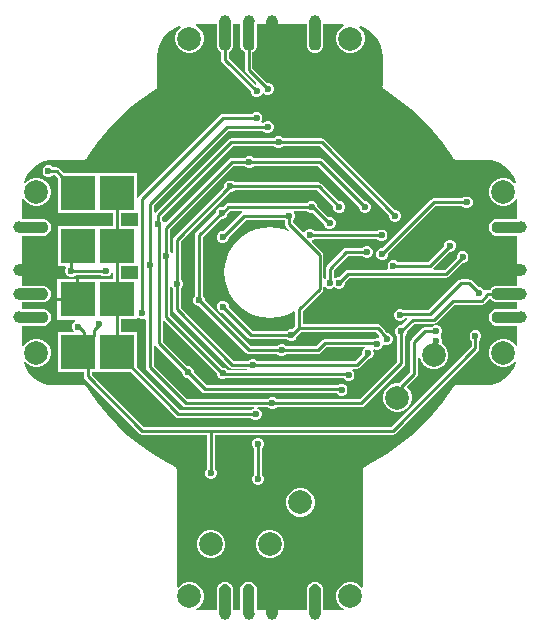
<source format=gbl>
G04*
G04 #@! TF.GenerationSoftware,Altium Limited,Altium Designer,23.8.1 (32)*
G04*
G04 Layer_Physical_Order=2*
G04 Layer_Color=16711680*
%FSLAX44Y44*%
%MOMM*%
G71*
G04*
G04 #@! TF.SameCoordinates,1253C11B-B4F6-43D5-8584-102BFB41548A*
G04*
G04*
G04 #@! TF.FilePolarity,Positive*
G04*
G01*
G75*
%ADD13C,0.2540*%
%ADD128C,2.0000*%
%ADD129C,1.0000*%
%ADD130C,0.6000*%
%ADD131R,3.0000X3.0000*%
G36*
X124750Y482100D02*
Y481105D01*
X123989Y479268D01*
X122582Y477861D01*
X120744Y477100D01*
X118755D01*
X116918Y477861D01*
X115511Y479268D01*
X114750Y481105D01*
Y482100D01*
Y502100D01*
X124750D01*
Y482100D01*
D02*
G37*
G36*
X68550D02*
Y481105D01*
X67789Y479268D01*
X66382Y477861D01*
X64545Y477100D01*
X62555D01*
X60718Y477861D01*
X59311Y479268D01*
X58550Y481105D01*
Y482100D01*
Y502100D01*
X68550D01*
Y482100D01*
D02*
G37*
G36*
X48550D02*
Y481105D01*
X47789Y479268D01*
X46382Y477861D01*
X44545Y477100D01*
X42555D01*
X40718Y477861D01*
X39311Y479268D01*
X38550Y481105D01*
Y482100D01*
Y502100D01*
X48550D01*
Y482100D01*
D02*
G37*
G36*
X56511Y481105D02*
X56666Y480325D01*
X57427Y478487D01*
X57869Y477826D01*
X59276Y476419D01*
X59937Y475977D01*
X60216Y475862D01*
Y460850D01*
X60470Y459574D01*
X61192Y458493D01*
X70041Y449644D01*
X69623Y448266D01*
X69309Y448204D01*
X46884Y470629D01*
Y475862D01*
X47163Y475977D01*
X47824Y476419D01*
X49231Y477826D01*
X49673Y478487D01*
X50434Y480325D01*
X50589Y481105D01*
Y499041D01*
X56511D01*
Y481105D01*
D02*
G37*
G36*
X88550Y499041D02*
X112711D01*
Y481105D01*
X112866Y480325D01*
X113627Y478487D01*
X114069Y477826D01*
X115476Y476419D01*
X116137Y475977D01*
X117975Y475216D01*
X118755Y475061D01*
X120744D01*
X121525Y475216D01*
X123363Y475977D01*
X124024Y476419D01*
X125431Y477826D01*
X125873Y478487D01*
X126634Y480325D01*
X126789Y481105D01*
Y499041D01*
X143893D01*
X144233Y497771D01*
X142382Y496702D01*
X140148Y494468D01*
X138568Y491732D01*
X137750Y488680D01*
Y485520D01*
X138568Y482468D01*
X140148Y479732D01*
X142382Y477498D01*
X145118Y475918D01*
X148170Y475100D01*
X151330D01*
X154382Y475918D01*
X157118Y477498D01*
X159352Y479732D01*
X160932Y482468D01*
X161750Y485520D01*
Y488680D01*
X160932Y491732D01*
X159352Y494468D01*
X157364Y496456D01*
X157673Y497501D01*
X157821Y497714D01*
X158600Y497691D01*
X162398Y496118D01*
X166005Y493908D01*
X169221Y491161D01*
X171968Y487944D01*
X174178Y484338D01*
X175797Y480430D01*
X176785Y476317D01*
X177084Y472513D01*
X176977Y471975D01*
X176977Y471975D01*
Y447012D01*
X176944Y446848D01*
X177177Y445677D01*
X177840Y444685D01*
X178415Y444301D01*
X178372Y444232D01*
X180526Y442954D01*
X191250Y435508D01*
X201415Y427316D01*
X210970Y418420D01*
X219866Y408865D01*
X228058Y398700D01*
X235504Y387976D01*
X236689Y385979D01*
X236754Y386020D01*
X237137Y385447D01*
X238129Y384784D01*
X239300Y384552D01*
X263038D01*
X263046Y384552D01*
X264299Y384551D01*
X265535Y384469D01*
X268516Y384235D01*
X272629Y383247D01*
X276537Y381628D01*
X280144Y379418D01*
X283360Y376671D01*
X286107Y373455D01*
X288318Y369848D01*
X289890Y366052D01*
X289910Y365274D01*
X289718Y365139D01*
X288651Y364820D01*
X286668Y366802D01*
X283932Y368382D01*
X280880Y369200D01*
X277720D01*
X274668Y368382D01*
X271932Y366802D01*
X269698Y364568D01*
X268118Y361832D01*
X267300Y358780D01*
Y355620D01*
X268118Y352568D01*
X269698Y349832D01*
X271932Y347598D01*
X274668Y346018D01*
X277720Y345200D01*
X280880D01*
X283932Y346018D01*
X286668Y347598D01*
X288902Y349832D01*
X289971Y351682D01*
X291241Y351342D01*
Y334239D01*
X273305D01*
X272525Y334084D01*
X270687Y333323D01*
X270026Y332881D01*
X268619Y331474D01*
X268177Y330813D01*
X267416Y328975D01*
X267261Y328195D01*
Y326205D01*
X267416Y325425D01*
X268177Y323587D01*
X268619Y322926D01*
X270026Y321519D01*
X270687Y321077D01*
X272525Y320316D01*
X273305Y320161D01*
X291241D01*
Y296000D01*
X294300D01*
Y286000D01*
X291241D01*
Y278039D01*
X273305D01*
X272525Y277884D01*
X270687Y277123D01*
X270026Y276681D01*
X268619Y275274D01*
X268177Y274613D01*
X268175Y274608D01*
X266030D01*
X264754Y274354D01*
X264359Y274090D01*
X262917Y274252D01*
X261510Y275659D01*
X259672Y276420D01*
X258393D01*
X252505Y282307D01*
X251423Y283030D01*
X250148Y283284D01*
X243550D01*
X242274Y283030D01*
X241192Y282307D01*
X215859Y256974D01*
X194847D01*
X194482Y257339D01*
X192645Y258100D01*
X190655D01*
X188818Y257339D01*
X187411Y255932D01*
X186650Y254095D01*
Y252105D01*
X187411Y250268D01*
X188818Y248861D01*
X190655Y248100D01*
X192645D01*
X194482Y248861D01*
X195889Y250268D01*
X195905Y250306D01*
X197337D01*
X197823Y249133D01*
X192930Y244239D01*
X191651D01*
X189813Y243478D01*
X188406Y242072D01*
X187645Y240234D01*
Y238245D01*
X188406Y236407D01*
X189311Y235502D01*
Y213476D01*
X157679Y181844D01*
X87444D01*
X86539Y182748D01*
X84701Y183510D01*
X82712D01*
X80875Y182748D01*
X79970Y181844D01*
X11621D01*
X-16600Y210065D01*
Y226719D01*
X-16350Y226923D01*
X-14707Y226752D01*
X6975Y205070D01*
Y203790D01*
X7736Y201952D01*
X9142Y200546D01*
X10980Y199785D01*
X12260D01*
X24063Y187981D01*
X25145Y187258D01*
X26421Y187004D01*
X138127D01*
X139489Y185643D01*
X141326Y184881D01*
X143316D01*
X145153Y185643D01*
X146560Y187049D01*
X147321Y188887D01*
Y190876D01*
X146560Y192714D01*
X145153Y194120D01*
X143316Y194881D01*
X141326D01*
X139489Y194120D01*
X139041Y193672D01*
X27802D01*
X16975Y204500D01*
Y205779D01*
X16213Y207617D01*
X14807Y209023D01*
X12969Y209785D01*
X11690D01*
X-9016Y230490D01*
Y247730D01*
X-7746Y248256D01*
X36642Y203867D01*
Y202588D01*
X37403Y200750D01*
X38810Y199344D01*
X40648Y198583D01*
X42637D01*
X44474Y199344D01*
X44782Y199651D01*
X143969D01*
X144009Y199556D01*
X145415Y198149D01*
X147253Y197388D01*
X149242D01*
X151080Y198149D01*
X152486Y199556D01*
X153248Y201393D01*
Y203382D01*
X152486Y205220D01*
X151353Y206354D01*
X151735Y207613D01*
X151742Y207624D01*
X155508D01*
X156784Y207878D01*
X157866Y208601D01*
X164905Y215640D01*
X165494D01*
X167332Y216401D01*
X168738Y217807D01*
X169499Y219645D01*
Y221634D01*
X168947Y222969D01*
X169919Y223941D01*
X171253Y223388D01*
X173242D01*
X175080Y224149D01*
X176486Y225556D01*
X177248Y227393D01*
Y227414D01*
X178518Y228263D01*
X179488Y227861D01*
X181477D01*
X183315Y228622D01*
X184721Y230029D01*
X185482Y231867D01*
Y233856D01*
X184721Y235693D01*
X183315Y237100D01*
X181477Y237861D01*
X181134D01*
X179336Y239659D01*
X179308Y239798D01*
X178586Y240879D01*
X175119Y244346D01*
X174037Y245069D01*
X172762Y245322D01*
X109872D01*
Y256569D01*
X126007Y272704D01*
X126730Y273785D01*
X126984Y275061D01*
Y276921D01*
X127107Y276997D01*
X128254Y277311D01*
X129415Y276149D01*
X131253Y275388D01*
X133242D01*
X135080Y276149D01*
X136248Y277317D01*
X137415Y276149D01*
X139253Y275388D01*
X141242D01*
X143080Y276149D01*
X144487Y277556D01*
X145248Y279393D01*
Y280673D01*
X149359Y284784D01*
X230855D01*
X232131Y285038D01*
X233213Y285760D01*
X244461Y297009D01*
X245741D01*
X247578Y297770D01*
X248985Y299177D01*
X249746Y301014D01*
Y303003D01*
X248985Y304841D01*
X247578Y306248D01*
X245741Y307009D01*
X243751D01*
X241914Y306248D01*
X240507Y304841D01*
X239746Y303003D01*
Y301724D01*
X229474Y291452D01*
X220339D01*
X219813Y292722D01*
X233864Y306773D01*
X235165D01*
X237003Y307534D01*
X238410Y308941D01*
X239171Y310778D01*
Y312767D01*
X238410Y314605D01*
X237003Y316012D01*
X235165Y316773D01*
X233176D01*
X231339Y316012D01*
X229932Y314605D01*
X229171Y312767D01*
Y311510D01*
X215383Y297722D01*
X189985D01*
X189080Y298627D01*
X187242Y299388D01*
X185253D01*
X183415Y298627D01*
X182009Y297220D01*
X181248Y295382D01*
Y293393D01*
X181526Y292722D01*
X180677Y291452D01*
X147978D01*
X146702Y291198D01*
X145620Y290475D01*
X140533Y285388D01*
X139253D01*
X137415Y284627D01*
X136808Y284019D01*
X135582Y284589D01*
Y291007D01*
X147629Y303054D01*
X159971D01*
X160875Y302149D01*
X162713Y301388D01*
X164702D01*
X166540Y302149D01*
X167946Y303556D01*
X168708Y305393D01*
Y307383D01*
X167946Y309220D01*
X166540Y310627D01*
X164702Y311388D01*
X162713D01*
X160875Y310627D01*
X159971Y309722D01*
X146248D01*
X144972Y309468D01*
X143890Y308745D01*
X129890Y294745D01*
X129167Y293664D01*
X128914Y292388D01*
Y284439D01*
X128254Y283887D01*
X126984Y284400D01*
Y304095D01*
X126730Y305370D01*
X126007Y306452D01*
X117367Y315093D01*
X117665Y316591D01*
X118336Y316869D01*
X118939Y317472D01*
X172031D01*
X173294Y316208D01*
X175132Y315447D01*
X177121D01*
X178959Y316208D01*
X180366Y317615D01*
X181127Y319453D01*
Y321442D01*
X180366Y323280D01*
X178959Y324686D01*
X177121Y325447D01*
X175132D01*
X173294Y324686D01*
X172748Y324140D01*
X119543D01*
X118336Y325346D01*
X116498Y326108D01*
X114509D01*
X112672Y325346D01*
X111265Y323940D01*
X110987Y323269D01*
X109489Y322971D01*
X100876Y331584D01*
Y333357D01*
X101781Y334262D01*
X102542Y336100D01*
Y338089D01*
X101826Y339818D01*
X102278Y341088D01*
X113183D01*
X114088Y340184D01*
X115925Y339422D01*
X117914D01*
X118024Y339468D01*
X127248Y330244D01*
Y329829D01*
X128009Y327992D01*
X129415Y326585D01*
X131253Y325824D01*
X133242D01*
X135080Y326585D01*
X136487Y327992D01*
X137248Y329829D01*
Y331819D01*
X136487Y333656D01*
X135080Y335063D01*
X133242Y335824D01*
X131253D01*
X131144Y335779D01*
X121920Y345002D01*
Y345417D01*
X121159Y347255D01*
X119752Y348661D01*
X117914Y349422D01*
X115925D01*
X114088Y348661D01*
X113183Y347757D01*
X46393D01*
X45117Y347503D01*
X44035Y346780D01*
X41814Y344558D01*
X41653Y344624D01*
X39664D01*
X37826Y343863D01*
X36420Y342457D01*
X35659Y340619D01*
Y339340D01*
X19298Y322979D01*
X18576Y321898D01*
X18322Y320622D01*
Y269350D01*
X17417Y268445D01*
X16656Y266608D01*
Y264618D01*
X17417Y262781D01*
X18823Y261374D01*
X20661Y260613D01*
X21941D01*
X61811Y220742D01*
X62893Y220020D01*
X64169Y219766D01*
X87913D01*
X88818Y218861D01*
X90655Y218100D01*
X92645D01*
X94482Y218861D01*
X95387Y219766D01*
X122089D01*
X123364Y220020D01*
X124446Y220742D01*
X130032Y226329D01*
X161850D01*
X162102Y225059D01*
X161667Y224878D01*
X160261Y223472D01*
X159499Y221634D01*
Y219664D01*
X154127Y214292D01*
X70838D01*
X69933Y215197D01*
X68095Y215958D01*
X66106D01*
X64268Y215197D01*
X63364Y214292D01*
X51173D01*
X6056Y259409D01*
Y275777D01*
X6961Y276682D01*
X7722Y278520D01*
Y280509D01*
X6961Y282347D01*
X6056Y283252D01*
Y315240D01*
X47744Y356927D01*
X49023D01*
X50861Y357688D01*
X51766Y358593D01*
X121405D01*
X135409Y344590D01*
Y343310D01*
X136170Y341473D01*
X137576Y340066D01*
X139414Y339305D01*
X141403D01*
X143241Y340066D01*
X144648Y341473D01*
X145409Y343310D01*
Y345299D01*
X144648Y347137D01*
X143241Y348544D01*
X141403Y349305D01*
X140124D01*
X125144Y364285D01*
X124062Y365008D01*
X122786Y365261D01*
X51766D01*
X50861Y366166D01*
X49023Y366927D01*
X47034D01*
X45197Y366166D01*
X43790Y364760D01*
X43029Y362922D01*
Y361642D01*
X364Y318978D01*
X-358Y317896D01*
X-612Y316621D01*
Y306283D01*
X-1664Y305983D01*
X-1882Y305973D01*
X-3016Y307107D01*
Y325719D01*
X50789Y379524D01*
X60553D01*
X61458Y378620D01*
X63295Y377859D01*
X65285D01*
X67122Y378620D01*
X68027Y379524D01*
X122396D01*
X157248Y344673D01*
Y343393D01*
X158009Y341556D01*
X159415Y340149D01*
X161253Y339388D01*
X163242D01*
X165080Y340149D01*
X166486Y341556D01*
X167248Y343393D01*
Y345382D01*
X166486Y347220D01*
X165080Y348627D01*
X163242Y349388D01*
X161963D01*
X126135Y385216D01*
X125053Y385939D01*
X123777Y386193D01*
X68027D01*
X67122Y387097D01*
X65285Y387858D01*
X63295D01*
X61458Y387097D01*
X60553Y386193D01*
X49408D01*
X48133Y385939D01*
X47051Y385216D01*
X-6672Y331493D01*
X-8158Y331804D01*
X-8607Y332889D01*
X-9512Y333794D01*
Y335992D01*
X50486Y395990D01*
X85261D01*
X86166Y395085D01*
X88004Y394324D01*
X89993D01*
X91830Y395085D01*
X92735Y395990D01*
X124045D01*
X182650Y337385D01*
Y336105D01*
X183411Y334268D01*
X184818Y332861D01*
X186655Y332100D01*
X188645D01*
X190482Y332861D01*
X191889Y334268D01*
X192650Y336105D01*
Y338094D01*
X191889Y339932D01*
X190482Y341339D01*
X188645Y342100D01*
X187365D01*
X127783Y401682D01*
X126702Y402404D01*
X125426Y402658D01*
X92735D01*
X91830Y403563D01*
X89993Y404324D01*
X88004D01*
X86166Y403563D01*
X85261Y402658D01*
X49105D01*
X47829Y402404D01*
X46747Y401682D01*
X-15203Y339731D01*
X-16473Y340116D01*
Y346018D01*
X46475Y408966D01*
X76063D01*
X76968Y408061D01*
X78805Y407300D01*
X80795D01*
X82632Y408061D01*
X84039Y409468D01*
X84800Y411305D01*
Y413295D01*
X84039Y415132D01*
X82632Y416539D01*
X80795Y417300D01*
X78805D01*
X76968Y416539D01*
X76075Y415646D01*
X74847Y415765D01*
X74375Y416904D01*
X74539Y417068D01*
X75300Y418905D01*
Y420895D01*
X74539Y422732D01*
X73132Y424139D01*
X71295Y424900D01*
X69305D01*
X67468Y424139D01*
X66563Y423234D01*
X41800D01*
X40524Y422980D01*
X39443Y422258D01*
X-28958Y353857D01*
X-29680Y352776D01*
X-29844Y351955D01*
X-31114Y352080D01*
Y373396D01*
X-92895D01*
X-96633Y377135D01*
X-97715Y377858D01*
X-98991Y378111D01*
X-102108D01*
X-103013Y379016D01*
X-104850Y379777D01*
X-106840D01*
X-108677Y379016D01*
X-110084Y377610D01*
X-110845Y375772D01*
Y373783D01*
X-110084Y371945D01*
X-108677Y370538D01*
X-106840Y369777D01*
X-104850D01*
X-103013Y370538D01*
X-102108Y371443D01*
X-100372D01*
X-98113Y369185D01*
Y339396D01*
X-51448D01*
Y328396D01*
X-98113D01*
Y294396D01*
X-91537D01*
X-91255Y294074D01*
X-90828Y293126D01*
X-91460Y291600D01*
Y289611D01*
X-90699Y287773D01*
X-89292Y286367D01*
X-87455Y285606D01*
X-85466D01*
X-83628Y286367D01*
X-82688Y287307D01*
X-61130D01*
X-60261Y286437D01*
X-58423Y285676D01*
X-56434D01*
X-54596Y286437D01*
X-53190Y287843D01*
X-52718Y288983D01*
X-51448Y288730D01*
Y283396D01*
X-63574D01*
Y283936D01*
X-79844D01*
Y266396D01*
X-81114D01*
Y265126D01*
X-98653D01*
Y248856D01*
X-83237D01*
X-82984Y247586D01*
X-83598Y247332D01*
X-85005Y245925D01*
X-85766Y244087D01*
Y242098D01*
X-85005Y240261D01*
X-84410Y239666D01*
X-84936Y238396D01*
X-98113D01*
Y204396D01*
X-75684D01*
Y201100D01*
X-75430Y199824D01*
X-74707Y198743D01*
X-28707Y152742D01*
X-27626Y152020D01*
X-26350Y151766D01*
X28316D01*
Y122837D01*
X27411Y121932D01*
X26650Y120095D01*
Y118105D01*
X27411Y116268D01*
X28818Y114861D01*
X30655Y114100D01*
X32645D01*
X34482Y114861D01*
X35889Y116268D01*
X36650Y118105D01*
Y120095D01*
X35889Y121932D01*
X34984Y122837D01*
Y151766D01*
X185650D01*
X186926Y152020D01*
X188008Y152742D01*
X258008Y222743D01*
X258730Y223824D01*
X258984Y225100D01*
Y231363D01*
X259889Y232268D01*
X260650Y234105D01*
Y236094D01*
X259889Y237932D01*
X258482Y239339D01*
X256645Y240100D01*
X254655D01*
X252818Y239339D01*
X251411Y237932D01*
X250650Y236094D01*
Y234105D01*
X251411Y232268D01*
X252316Y231363D01*
Y226481D01*
X184269Y158434D01*
X-24969D01*
X-69016Y202481D01*
Y204396D01*
X-35829D01*
X1825Y166742D01*
X2907Y166020D01*
X4183Y165766D01*
X65913D01*
X66818Y164861D01*
X68655Y164100D01*
X70645D01*
X72482Y164861D01*
X73889Y166268D01*
X74650Y168105D01*
Y170095D01*
X73889Y171932D01*
X72482Y173339D01*
X71114Y173906D01*
X71367Y175175D01*
X79970D01*
X80875Y174271D01*
X82712Y173510D01*
X84701D01*
X86539Y174271D01*
X87444Y175175D01*
X159060D01*
X160336Y175429D01*
X161417Y176152D01*
X195003Y209738D01*
X195725Y210819D01*
X195979Y212095D01*
Y235502D01*
X196884Y236407D01*
X197645Y238245D01*
Y239524D01*
X203887Y245766D01*
X220900D01*
X222176Y246020D01*
X223258Y246742D01*
X238331Y261816D01*
X261275D01*
X262551Y262070D01*
X263632Y262792D01*
X267282Y266442D01*
X267307Y266466D01*
X267841Y266572D01*
X268852Y266493D01*
X270026Y265319D01*
X270687Y264877D01*
X272525Y264116D01*
X273305Y263961D01*
X291241D01*
Y258039D01*
X273305D01*
X272525Y257884D01*
X270687Y257123D01*
X270026Y256681D01*
X268619Y255274D01*
X268177Y254613D01*
X267416Y252775D01*
X267261Y251994D01*
Y250005D01*
X267416Y249225D01*
X268177Y247387D01*
X268619Y246726D01*
X270026Y245319D01*
X270687Y244877D01*
X272525Y244116D01*
X273305Y243961D01*
X291241D01*
Y226858D01*
X289971Y226518D01*
X288902Y228368D01*
X286668Y230602D01*
X283932Y232182D01*
X280880Y233000D01*
X277720D01*
X274668Y232182D01*
X271932Y230602D01*
X269698Y228368D01*
X268118Y225632D01*
X267300Y222580D01*
Y219420D01*
X268118Y216368D01*
X269698Y213632D01*
X271932Y211398D01*
X274668Y209818D01*
X277720Y209000D01*
X280880D01*
X283932Y209818D01*
X286668Y211398D01*
X288651Y213381D01*
X289716Y213062D01*
X289910Y212926D01*
X289890Y212148D01*
X288318Y208352D01*
X286107Y204745D01*
X283360Y201529D01*
X280144Y198782D01*
X276537Y196572D01*
X272629Y194953D01*
X268516Y193965D01*
X264353Y193638D01*
X264299Y193648D01*
X239299D01*
X238129Y193416D01*
X237137Y192753D01*
X236754Y192180D01*
X236689Y192221D01*
X235504Y190224D01*
X228058Y179500D01*
X219866Y169335D01*
X210970Y159780D01*
X201415Y150884D01*
X191250Y142692D01*
X180526Y135246D01*
X169298Y128584D01*
X162598Y125231D01*
X162641Y125142D01*
X161819Y124592D01*
X161686Y124393D01*
X161487Y124261D01*
X160824Y123268D01*
X160591Y122098D01*
Y118051D01*
Y22626D01*
X159594Y22359D01*
X159321Y22349D01*
X157118Y24552D01*
X154382Y26132D01*
X151330Y26950D01*
X148170D01*
X145118Y26132D01*
X142382Y24552D01*
X140148Y22318D01*
X138568Y19582D01*
X137750Y16530D01*
Y13370D01*
X138568Y10318D01*
X140148Y7582D01*
X142382Y5348D01*
X144233Y4279D01*
X143893Y3009D01*
X126789D01*
Y20945D01*
X126634Y21725D01*
X125873Y23563D01*
X125431Y24224D01*
X124024Y25631D01*
X123363Y26073D01*
X121525Y26834D01*
X120744Y26989D01*
X118755D01*
X117975Y26834D01*
X116137Y26073D01*
X115476Y25631D01*
X114069Y24224D01*
X113627Y23563D01*
X112866Y21725D01*
X112711Y20945D01*
X112711Y3009D01*
X88550D01*
Y-50D01*
X78550D01*
Y3009D01*
X70589D01*
Y20945D01*
X70434Y21725D01*
X69673Y23563D01*
X69231Y24224D01*
X67824Y25631D01*
X67163Y26073D01*
X65325Y26834D01*
X64545Y26989D01*
X62555D01*
X61775Y26834D01*
X59937Y26073D01*
X59276Y25631D01*
X57869Y24224D01*
X57427Y23563D01*
X56666Y21725D01*
X56511Y20945D01*
Y3009D01*
X50589D01*
Y20945D01*
X50434Y21725D01*
X49673Y23563D01*
X49231Y24224D01*
X47824Y25631D01*
X47163Y26073D01*
X45325Y26834D01*
X44545Y26989D01*
X42555D01*
X41775Y26834D01*
X39937Y26073D01*
X39276Y25631D01*
X37869Y24224D01*
X37427Y23563D01*
X36666Y21725D01*
X36511Y20945D01*
Y3009D01*
X19407D01*
X19067Y4279D01*
X20918Y5348D01*
X23152Y7582D01*
X24732Y10318D01*
X25550Y13370D01*
Y16530D01*
X24732Y19582D01*
X23152Y22318D01*
X20918Y24552D01*
X18182Y26132D01*
X15130Y26950D01*
X11970D01*
X8918Y26132D01*
X6182Y24552D01*
X3979Y22349D01*
X3706Y22359D01*
X2709Y22626D01*
Y117100D01*
Y122098D01*
X2476Y123268D01*
X1813Y124261D01*
X1614Y124393D01*
X1481Y124592D01*
X659Y125142D01*
X702Y125231D01*
X-5998Y128584D01*
X-17226Y135246D01*
X-27950Y142692D01*
X-38115Y150884D01*
X-47670Y159780D01*
X-56566Y169335D01*
X-64758Y179500D01*
X-72204Y190224D01*
X-73389Y192221D01*
X-73454Y192180D01*
X-73836Y192753D01*
X-74829Y193416D01*
X-75999Y193648D01*
X-100999D01*
X-101053Y193638D01*
X-105216Y193965D01*
X-109329Y194953D01*
X-113237Y196572D01*
X-116844Y198782D01*
X-120060Y201529D01*
X-122807Y204745D01*
X-125017Y208352D01*
X-126590Y212148D01*
X-126610Y212926D01*
X-126417Y213061D01*
X-125351Y213380D01*
X-123368Y211398D01*
X-120632Y209818D01*
X-117580Y209000D01*
X-114420D01*
X-111368Y209818D01*
X-108632Y211398D01*
X-106398Y213632D01*
X-104818Y216368D01*
X-104000Y219420D01*
Y222580D01*
X-104818Y225632D01*
X-106398Y228368D01*
X-108632Y230602D01*
X-111368Y232182D01*
X-114420Y233000D01*
X-117580D01*
X-120632Y232182D01*
X-123368Y230602D01*
X-125602Y228368D01*
X-126671Y226518D01*
X-127941Y226858D01*
Y243961D01*
X-110005D01*
X-109225Y244116D01*
X-107387Y244877D01*
X-106726Y245319D01*
X-105319Y246726D01*
X-104877Y247387D01*
X-104116Y249225D01*
X-103961Y250005D01*
Y251995D01*
X-104116Y252775D01*
X-104877Y254613D01*
X-105319Y255274D01*
X-106726Y256681D01*
X-107387Y257123D01*
X-109225Y257884D01*
X-110005Y258039D01*
X-127941D01*
Y263961D01*
X-110005Y263961D01*
X-109225Y264116D01*
X-107387Y264877D01*
X-106726Y265319D01*
X-105319Y266726D01*
X-104877Y267387D01*
X-104116Y269225D01*
X-103961Y270005D01*
Y271995D01*
X-104116Y272775D01*
X-104877Y274613D01*
X-105319Y275274D01*
X-106726Y276681D01*
X-107387Y277123D01*
X-109225Y277884D01*
X-110005Y278039D01*
X-127941Y278039D01*
Y286000D01*
X-131000D01*
Y296000D01*
X-127941D01*
Y320161D01*
X-111000Y320161D01*
X-111000Y320161D01*
X-110005D01*
X-109225Y320316D01*
X-107387Y321077D01*
X-106726Y321519D01*
X-105319Y322926D01*
X-104877Y323587D01*
X-104116Y325425D01*
X-103961Y326205D01*
Y328195D01*
X-104116Y328975D01*
X-104877Y330813D01*
X-105319Y331474D01*
X-106726Y332881D01*
X-107387Y333323D01*
X-109225Y334084D01*
X-110005Y334239D01*
X-127941Y334239D01*
Y351342D01*
X-126671Y351682D01*
X-125602Y349832D01*
X-123368Y347598D01*
X-120632Y346018D01*
X-117580Y345200D01*
X-114420D01*
X-111368Y346018D01*
X-108632Y347598D01*
X-106398Y349832D01*
X-104818Y352568D01*
X-104000Y355620D01*
Y358780D01*
X-104818Y361832D01*
X-106398Y364568D01*
X-108632Y366802D01*
X-111368Y368382D01*
X-114420Y369200D01*
X-117580D01*
X-120632Y368382D01*
X-123368Y366802D01*
X-125351Y364820D01*
X-126418Y365140D01*
X-126610Y365274D01*
X-126590Y366052D01*
X-125017Y369848D01*
X-122807Y373455D01*
X-120060Y376671D01*
X-116844Y379418D01*
X-113237Y381628D01*
X-109329Y383247D01*
X-105216Y384235D01*
X-101053Y384562D01*
X-100999Y384552D01*
X-75999D01*
X-74829Y384784D01*
X-73836Y385447D01*
X-73454Y386020D01*
X-73389Y385979D01*
X-72204Y387976D01*
X-64758Y398700D01*
X-56566Y408865D01*
X-47670Y418420D01*
X-38115Y427316D01*
X-27950Y435508D01*
X-17226Y442954D01*
X-15185Y444165D01*
X-15226Y444231D01*
X-14653Y444614D01*
X-13990Y445606D01*
X-13757Y446777D01*
X-13801Y446999D01*
X-13801Y472100D01*
X-13812Y472154D01*
X-13484Y476317D01*
X-12497Y480430D01*
X-10878Y484338D01*
X-8668Y487944D01*
X-5921Y491161D01*
X-2705Y493908D01*
X902Y496118D01*
X4700Y497691D01*
X5479Y497714D01*
X5626Y497502D01*
X5935Y496456D01*
X3948Y494468D01*
X2368Y491732D01*
X1550Y488680D01*
Y485520D01*
X2368Y482468D01*
X3948Y479732D01*
X6182Y477498D01*
X8918Y475918D01*
X11970Y475100D01*
X15130D01*
X18182Y475918D01*
X20918Y477498D01*
X23152Y479732D01*
X24732Y482468D01*
X25550Y485520D01*
Y488680D01*
X24732Y491732D01*
X23152Y494468D01*
X20918Y496702D01*
X19067Y497771D01*
X19407Y499041D01*
X36511D01*
Y481105D01*
X36666Y480325D01*
X37427Y478487D01*
X37869Y477826D01*
X39276Y476419D01*
X39937Y475977D01*
X40216Y475862D01*
Y469248D01*
X40470Y467972D01*
X41192Y466890D01*
X65300Y442783D01*
Y441503D01*
X66061Y439665D01*
X67468Y438259D01*
X69305Y437497D01*
X71295D01*
X73132Y438259D01*
X74539Y439665D01*
X74928Y440605D01*
X76426Y440903D01*
X76968Y440361D01*
X78805Y439600D01*
X80795D01*
X82632Y440361D01*
X84039Y441768D01*
X84800Y443605D01*
Y445595D01*
X84039Y447432D01*
X82632Y448839D01*
X80795Y449600D01*
X79515D01*
X66884Y462231D01*
Y475862D01*
X67163Y475977D01*
X67824Y476419D01*
X69231Y477826D01*
X69673Y478487D01*
X70434Y480325D01*
X70589Y481105D01*
Y499041D01*
X78550D01*
Y502100D01*
X88550D01*
Y499041D01*
D02*
G37*
G36*
X-31114Y339396D02*
X-29934Y339178D01*
Y328615D01*
X-31114Y328396D01*
Y328396D01*
X-44780D01*
Y339396D01*
X-31114D01*
Y339396D01*
D02*
G37*
G36*
X57993Y339818D02*
X57452Y339458D01*
X41925Y323930D01*
X40646D01*
X38808Y323169D01*
X37401Y321763D01*
X36640Y319925D01*
Y317936D01*
X37401Y316098D01*
X38808Y314692D01*
X40646Y313930D01*
X42635D01*
X44473Y314692D01*
X45879Y316098D01*
X46640Y317936D01*
Y319215D01*
X61191Y333766D01*
X93799D01*
X94208Y333357D01*
Y330202D01*
X94462Y328927D01*
X95184Y327845D01*
X97678Y325351D01*
X96959Y324274D01*
X93539Y325691D01*
X87669Y327100D01*
X81650Y327574D01*
X75631Y327100D01*
X69761Y325691D01*
X64183Y323381D01*
X59036Y320226D01*
X54445Y316305D01*
X50524Y311714D01*
X47369Y306567D01*
X45059Y300989D01*
X43650Y295119D01*
X43176Y289100D01*
X43650Y283081D01*
X45059Y277211D01*
X47369Y271633D01*
X50524Y266486D01*
X54445Y261895D01*
X59036Y257974D01*
X64183Y254820D01*
X69761Y252509D01*
X75631Y251100D01*
X81650Y250626D01*
X87669Y251100D01*
X93539Y252509D01*
X99117Y254820D01*
X102096Y256645D01*
X103204Y256025D01*
Y243369D01*
X100732Y240897D01*
X100645Y240933D01*
X98655D01*
X96818Y240172D01*
X95913Y239267D01*
X67241D01*
X46640Y259867D01*
Y261147D01*
X45879Y262984D01*
X44473Y264391D01*
X42635Y265152D01*
X40646D01*
X38808Y264391D01*
X37401Y262984D01*
X36640Y261147D01*
Y259157D01*
X37401Y257320D01*
X38808Y255913D01*
X40646Y255152D01*
X41925D01*
X63502Y233575D01*
X64584Y232852D01*
X65859Y232599D01*
X95913D01*
X96818Y231694D01*
X98655Y230933D01*
X100645D01*
X102482Y231694D01*
X103889Y233100D01*
X104650Y234938D01*
Y235385D01*
X107919Y238654D01*
X171381D01*
X173120Y236915D01*
X173148Y236776D01*
X173871Y235694D01*
X174715Y234849D01*
X174649Y234180D01*
X173293Y233367D01*
X173242Y233388D01*
X171253D01*
X170221Y232960D01*
X170037Y232997D01*
X128651D01*
X127375Y232743D01*
X126294Y232020D01*
X120708Y226434D01*
X95387D01*
X94482Y227339D01*
X92645Y228100D01*
X90655D01*
X88818Y227339D01*
X87913Y226434D01*
X65550D01*
X26656Y265328D01*
Y266608D01*
X25894Y268445D01*
X24990Y269350D01*
Y319241D01*
X40374Y334625D01*
X41653D01*
X43491Y335386D01*
X44897Y336792D01*
X45659Y338630D01*
Y338973D01*
X47774Y341088D01*
X57607D01*
X57993Y339818D01*
D02*
G37*
G36*
X294300Y322200D02*
X273305D01*
X271468Y322961D01*
X270061Y324368D01*
X269300Y326205D01*
Y328195D01*
X270061Y330032D01*
X271468Y331439D01*
X273305Y332200D01*
X294300D01*
Y322200D01*
D02*
G37*
G36*
X-108168Y331439D02*
X-106761Y330032D01*
X-106000Y328195D01*
Y326205D01*
X-106761Y324368D01*
X-108168Y322961D01*
X-110005Y322200D01*
X-111000D01*
Y322200D01*
X-131000Y322200D01*
Y332200D01*
X-111000Y332200D01*
X-110005D01*
X-108168Y331439D01*
D02*
G37*
G36*
X-31114Y294396D02*
X-29934Y294178D01*
Y283615D01*
X-31114Y283396D01*
Y283396D01*
X-44780D01*
Y294396D01*
X-31114D01*
Y294396D01*
D02*
G37*
G36*
X-108168Y275239D02*
X-106761Y273832D01*
X-106000Y271995D01*
Y270005D01*
X-106761Y268168D01*
X-108168Y266761D01*
X-110005Y266000D01*
X-111000D01*
X-131000Y266000D01*
Y276000D01*
X-111000Y276000D01*
X-110005D01*
X-108168Y275239D01*
D02*
G37*
G36*
X294300Y266000D02*
X273305D01*
X271468Y266761D01*
X270061Y268168D01*
X269300Y270005D01*
Y271995D01*
X270061Y273832D01*
X271468Y275239D01*
X273305Y276000D01*
X294300D01*
Y266000D01*
D02*
G37*
G36*
X-108168Y255239D02*
X-106761Y253832D01*
X-106000Y251995D01*
Y250005D01*
X-106761Y248168D01*
X-108168Y246761D01*
X-110005Y246000D01*
X-131000D01*
Y256000D01*
X-110005D01*
X-108168Y255239D01*
D02*
G37*
G36*
X294300Y246000D02*
X273305D01*
X271468Y246761D01*
X270061Y248168D01*
X269300Y250005D01*
Y251994D01*
X270061Y253832D01*
X271468Y255239D01*
X273305Y256000D01*
X294300D01*
Y246000D01*
D02*
G37*
G36*
X-1517Y276682D02*
X-612Y275777D01*
Y258028D01*
X-358Y256752D01*
X364Y255671D01*
X47434Y208601D01*
X48516Y207878D01*
X49792Y207624D01*
X62038D01*
X62062Y207589D01*
X61383Y206319D01*
X45921D01*
X45881Y206415D01*
X44474Y207821D01*
X42637Y208583D01*
X41357D01*
X-3016Y252956D01*
Y276983D01*
X-1746Y277236D01*
X-1517Y276682D01*
D02*
G37*
G36*
X-29432Y250361D02*
X-27595Y249600D01*
X-25605D01*
X-24538Y250042D01*
X-23268Y249201D01*
Y208684D01*
X-23015Y207408D01*
X-22292Y206327D01*
X7883Y176152D01*
X8964Y175429D01*
X10240Y175175D01*
X67933D01*
X68186Y173906D01*
X66818Y173339D01*
X65913Y172434D01*
X5564D01*
X-31114Y209111D01*
Y238396D01*
X-44780D01*
Y249396D01*
X-31114D01*
Y250246D01*
X-29844Y250772D01*
X-29432Y250361D01*
D02*
G37*
G36*
X122582Y24189D02*
X123989Y22782D01*
X124750Y20945D01*
Y19950D01*
Y-50D01*
X114750D01*
X114750Y19950D01*
Y20945D01*
X115511Y22782D01*
X116918Y24189D01*
X118755Y24950D01*
X120744D01*
X122582Y24189D01*
D02*
G37*
G36*
X66382D02*
X67789Y22782D01*
X68550Y20945D01*
Y19950D01*
Y-50D01*
X58550D01*
Y19950D01*
Y20945D01*
X59311Y22782D01*
X60718Y24189D01*
X62555Y24950D01*
X64545D01*
X66382Y24189D01*
D02*
G37*
G36*
X46382D02*
X47789Y22782D01*
X48550Y20945D01*
Y19950D01*
Y-50D01*
X38550D01*
Y19950D01*
Y20945D01*
X39311Y22782D01*
X40718Y24189D01*
X42555Y24950D01*
X44545D01*
X46382Y24189D01*
D02*
G37*
%LPC*%
G36*
X249242Y353388D02*
X247253D01*
X245415Y352627D01*
X244511Y351722D01*
X220248D01*
X218972Y351468D01*
X217890Y350745D01*
X176533Y309388D01*
X175692D01*
X173854Y308627D01*
X172448Y307220D01*
X171687Y305382D01*
Y303393D01*
X172448Y301556D01*
X173854Y300149D01*
X175692Y299388D01*
X177681D01*
X179519Y300149D01*
X180925Y301556D01*
X181686Y303393D01*
Y305112D01*
X221629Y345054D01*
X244511D01*
X245415Y344149D01*
X247253Y343388D01*
X249242D01*
X251080Y344149D01*
X252486Y345556D01*
X253248Y347393D01*
Y349383D01*
X252486Y351220D01*
X251080Y352627D01*
X249242Y353388D01*
D02*
G37*
G36*
X-82384Y283936D02*
X-98653D01*
Y267666D01*
X-82384D01*
Y283936D01*
D02*
G37*
G36*
X223477Y244339D02*
X221488D01*
X219650Y243578D01*
X218745Y242673D01*
X212803D01*
X211527Y242419D01*
X210445Y241696D01*
X201643Y232894D01*
X200920Y231812D01*
X200667Y230536D01*
Y204832D01*
X190935Y195100D01*
X188070D01*
X185018Y194282D01*
X182282Y192702D01*
X180048Y190468D01*
X178468Y187732D01*
X177650Y184680D01*
Y181520D01*
X178468Y178468D01*
X180048Y175732D01*
X182282Y173498D01*
X185018Y171918D01*
X188070Y171100D01*
X191230D01*
X194282Y171918D01*
X197018Y173498D01*
X199252Y175732D01*
X200832Y178468D01*
X201650Y181520D01*
Y184680D01*
X200832Y187732D01*
X199252Y190468D01*
X197493Y192228D01*
X206358Y201093D01*
X207081Y202175D01*
X207335Y203451D01*
Y216923D01*
X208605Y217090D01*
X209309Y214461D01*
X210889Y211725D01*
X213123Y209491D01*
X215859Y207911D01*
X218911Y207093D01*
X222071D01*
X225123Y207911D01*
X227859Y209491D01*
X230094Y211725D01*
X231674Y214461D01*
X232491Y217513D01*
Y220673D01*
X231674Y223725D01*
X230094Y226461D01*
X227859Y228696D01*
X226813Y229300D01*
X227147Y230106D01*
Y232095D01*
X226386Y233933D01*
X226145Y234174D01*
X226165Y235950D01*
X226721Y236507D01*
X227482Y238344D01*
Y240333D01*
X226721Y242171D01*
X225315Y243578D01*
X223477Y244339D01*
D02*
G37*
G36*
X72645Y149100D02*
X70655D01*
X68818Y148339D01*
X67411Y146932D01*
X66650Y145095D01*
Y143105D01*
X67411Y141268D01*
X68316Y140363D01*
Y117837D01*
X67411Y116932D01*
X66650Y115095D01*
Y113105D01*
X67411Y111268D01*
X68818Y109861D01*
X70655Y109100D01*
X72645D01*
X74482Y109861D01*
X75889Y111268D01*
X76650Y113105D01*
Y115095D01*
X75889Y116932D01*
X74984Y117837D01*
Y140363D01*
X75889Y141268D01*
X76650Y143105D01*
Y145095D01*
X75889Y146932D01*
X74482Y148339D01*
X72645Y149100D01*
D02*
G37*
G36*
X108973Y106462D02*
X105814D01*
X102762Y105644D01*
X100025Y104064D01*
X97791Y101830D01*
X96211Y99094D01*
X95393Y96042D01*
Y92882D01*
X96211Y89830D01*
X97791Y87094D01*
X100025Y84860D01*
X102762Y83280D01*
X105814Y82462D01*
X108973D01*
X112025Y83280D01*
X114762Y84860D01*
X116996Y87094D01*
X118576Y89830D01*
X119394Y92882D01*
Y96042D01*
X118576Y99094D01*
X116996Y101830D01*
X114762Y104064D01*
X112025Y105644D01*
X108973Y106462D01*
D02*
G37*
G36*
X83230Y71100D02*
X80070D01*
X77018Y70282D01*
X74282Y68702D01*
X72048Y66468D01*
X70468Y63732D01*
X69650Y60680D01*
Y57520D01*
X70468Y54468D01*
X72048Y51732D01*
X74282Y49498D01*
X77018Y47918D01*
X80070Y47100D01*
X83230D01*
X86282Y47918D01*
X89018Y49498D01*
X91252Y51732D01*
X92832Y54468D01*
X93650Y57520D01*
Y60680D01*
X92832Y63732D01*
X91252Y66468D01*
X89018Y68702D01*
X86282Y70282D01*
X83230Y71100D01*
D02*
G37*
G36*
X33230D02*
X30070D01*
X27018Y70282D01*
X24282Y68702D01*
X22048Y66468D01*
X20468Y63732D01*
X19650Y60680D01*
Y57520D01*
X20468Y54468D01*
X22048Y51732D01*
X24282Y49498D01*
X27018Y47918D01*
X30070Y47100D01*
X33230D01*
X36282Y47918D01*
X39018Y49498D01*
X41252Y51732D01*
X42832Y54468D01*
X43650Y57520D01*
Y60680D01*
X42832Y63732D01*
X41252Y66468D01*
X39018Y68702D01*
X36282Y70282D01*
X33230Y71100D01*
D02*
G37*
%LPD*%
D13*
X63550Y460850D02*
X79800Y444600D01*
X63550Y460850D02*
Y502100D01*
X43550Y469248D02*
Y502100D01*
Y469248D02*
X70300Y442497D01*
X-26600Y351500D02*
X41800Y419900D01*
X70300D01*
X-19807Y347399D02*
X45094Y412300D01*
X79800D01*
X-19934Y294689D02*
X-19605Y295018D01*
X-26600Y254600D02*
Y351500D01*
X-19807Y295220D02*
Y347399D01*
Y295220D02*
X-19605Y295018D01*
X-19934Y208684D02*
Y294689D01*
Y208684D02*
X10240Y178510D01*
X-62700Y244836D02*
Y245100D01*
X-67384Y240153D02*
X-62700Y244836D01*
X-67384Y235126D02*
Y240153D01*
X-75884Y226625D02*
Y238718D01*
Y226625D02*
X-67384Y235126D01*
X-81114Y221396D02*
X-75884Y226625D01*
X-80556Y243390D02*
X-75884Y238718D01*
X266030Y271274D02*
X290029D01*
X264948Y270191D02*
X266030Y271274D01*
X264948Y268823D02*
Y270191D01*
X261275Y265150D02*
X264948Y268823D01*
X243550Y279950D02*
X250148D01*
X258678Y271420D01*
X236950Y265150D02*
X261275D01*
X220900Y249100D02*
X236950Y265150D01*
X147978Y288118D02*
X230855D01*
X140248Y280388D02*
X147978Y288118D01*
X230855D02*
X244746Y302009D01*
X217240Y253640D02*
X243550Y279950D01*
X192190Y253640D02*
X217240D01*
X202506Y249100D02*
X220900D01*
X-86425Y290641D02*
X-57463D01*
X-86460Y290606D02*
X-86425Y290641D01*
X-57463D02*
X-57428Y290676D01*
X-48113Y311396D02*
Y356396D01*
Y266396D02*
Y311396D01*
Y221396D02*
Y266396D01*
X-86460Y290606D02*
Y306049D01*
X-81114Y311396D01*
X83707Y178510D02*
X159060D01*
X10240D02*
X83707D01*
X159060D02*
X192645Y212095D01*
X71650Y114100D02*
Y144100D01*
X31650Y155100D02*
X185650D01*
X-26350D02*
X31650D01*
Y119100D02*
Y155100D01*
X-105845Y374777D02*
X-98991D01*
X-94844Y370126D02*
Y370630D01*
X-98991Y374777D02*
X-94844Y370630D01*
Y370126D02*
X-81114Y356396D01*
X175768Y320806D02*
X176127Y320447D01*
X115806Y320806D02*
X175768D01*
X115504Y321108D02*
X115806Y320806D01*
X-12846Y337373D02*
X49105Y399324D01*
X-12350Y229109D02*
Y329561D01*
X-12846Y331596D02*
Y337373D01*
Y331596D02*
X-12350Y331100D01*
X-12846Y330056D02*
X-12350Y329561D01*
Y229109D02*
X11975Y204785D01*
X-6350Y251575D02*
Y302830D01*
Y303100D02*
Y327100D01*
Y302830D02*
X-6080Y303100D01*
X-6350Y251575D02*
X42239Y202985D01*
X-6350Y327100D02*
X49408Y382858D01*
X-72350Y201100D02*
Y212633D01*
X-80986Y221269D02*
X-72350Y212633D01*
X49408Y382858D02*
X64290D01*
X123777D01*
X255650Y225100D02*
Y235100D01*
X185650Y155100D02*
X255650Y225100D01*
X-72350Y201100D02*
X-26350Y155100D01*
X191650Y253100D02*
X192190Y253640D01*
X122089Y223100D02*
X128651Y229663D01*
X21656Y265613D02*
X64169Y223100D01*
X122089D01*
X164499Y219949D02*
Y220640D01*
X67101Y210958D02*
X155508D01*
X164499Y219949D01*
X2722Y258028D02*
X49792Y210958D01*
X67101D01*
X42239Y202985D02*
X147650D01*
X148248Y202388D01*
X106538Y241988D02*
Y257950D01*
X41640Y260152D02*
X65859Y235933D01*
X99650Y235100D02*
X106538Y241988D01*
X123650Y275061D02*
Y304095D01*
X106538Y241988D02*
X172762D01*
X65859Y235933D02*
X99650D01*
X106538Y257950D02*
X123650Y275061D01*
X128651Y229663D02*
X170037D01*
X97542Y330202D02*
X123650Y304095D01*
X97542Y330202D02*
Y337094D01*
X97536Y337100D02*
X97542Y337094D01*
X180482Y232861D02*
Y233797D01*
X176228Y238052D02*
X180482Y233797D01*
X172762Y241988D02*
X176228Y238522D01*
Y238052D02*
Y238522D01*
X125426Y399324D02*
X187650Y337100D01*
Y337100D02*
Y337100D01*
X88998Y399324D02*
X125426D01*
X49105D02*
X88998D01*
X192991Y186441D02*
Y192441D01*
X204001Y203451D02*
Y230536D01*
X192991Y192441D02*
X204001Y203451D01*
X189650Y183100D02*
X192991Y186441D01*
X212803Y239339D02*
X222482D01*
X204001Y230536D02*
X212803Y239339D01*
X192645Y239240D02*
X202506Y249100D01*
X4183Y169100D02*
X69650D01*
X-48113Y221396D02*
X4183Y169100D01*
X192645Y212095D02*
Y239240D01*
X171311Y228388D02*
X172248D01*
X170037Y229663D02*
X171311Y228388D01*
X186248Y294388D02*
X216764D01*
X234149Y311773D01*
X141864Y190338D02*
X142321Y189881D01*
X11975Y204785D02*
X26421Y190338D01*
X141864D01*
X2722Y279515D02*
Y316621D01*
X48029Y361927D01*
X176686Y304827D02*
X220248Y348388D01*
X176686Y304388D02*
Y304827D01*
X41640Y318930D02*
X59810Y337100D01*
X131383Y330824D02*
X132248D01*
X117920Y344287D02*
X131383Y330824D01*
X220248Y348388D02*
X248248D01*
X117624Y344287D02*
X117920D01*
X123777Y382858D02*
X162248Y344388D01*
X117624Y344287D02*
Y344422D01*
X146248Y306388D02*
X163708D01*
X132248Y292388D02*
X146248Y306388D01*
X132248Y280388D02*
Y292388D01*
X46393Y344422D02*
X117624D01*
X21656Y320622D02*
X40659Y339624D01*
X21656Y265613D02*
Y320622D01*
X2722Y258028D02*
Y279515D01*
X48029Y361927D02*
X122786D01*
X140409Y344305D01*
X40659Y339624D02*
X41595D01*
X46393Y344422D01*
X59810Y337100D02*
X97536D01*
D128*
X189650Y183100D02*
D03*
X220491Y219093D02*
D03*
X149750Y487100D02*
D03*
X13550D02*
D03*
X-116000Y221000D02*
D03*
Y357200D02*
D03*
X13550Y14950D02*
D03*
X149750D02*
D03*
X279300Y221000D02*
D03*
Y357200D02*
D03*
X107394Y94462D02*
D03*
X31650Y59100D02*
D03*
X81650D02*
D03*
X131650D02*
D03*
D129*
X43550Y502100D02*
D03*
X83550D02*
D03*
X119750D02*
D03*
X63550D02*
D03*
X-131000Y271000D02*
D03*
Y327200D02*
D03*
Y291000D02*
D03*
Y251000D02*
D03*
X63550Y-50D02*
D03*
X119750D02*
D03*
X83550D02*
D03*
X43550D02*
D03*
X294300Y271000D02*
D03*
Y327200D02*
D03*
Y291000D02*
D03*
Y251000D02*
D03*
D130*
X70300Y442497D02*
D03*
Y419900D02*
D03*
X79800Y444600D02*
D03*
Y412300D02*
D03*
X-12846Y330056D02*
D03*
X-19605Y295018D02*
D03*
X-26600Y254600D02*
D03*
X-62700Y245100D02*
D03*
X-80766Y243093D02*
D03*
X258678Y271420D02*
D03*
X244746Y302009D02*
D03*
X-57428Y290676D02*
D03*
X-86460Y290606D02*
D03*
X83707Y178510D02*
D03*
X71650Y144100D02*
D03*
Y114100D02*
D03*
X31650Y119100D02*
D03*
X-105845Y374777D02*
D03*
X176127Y320447D02*
D03*
X-6080Y303100D02*
D03*
X255650Y235100D02*
D03*
X191650Y253100D02*
D03*
X91650Y223100D02*
D03*
X67101Y210958D02*
D03*
X148248Y202388D02*
D03*
X99650Y235933D02*
D03*
X115504Y321108D02*
D03*
X130248Y312388D02*
D03*
X180482Y232861D02*
D03*
X222147Y231101D02*
D03*
X187650Y337100D02*
D03*
X69650Y169100D02*
D03*
X222482Y239339D02*
D03*
X192645Y239240D02*
D03*
X164499Y220640D02*
D03*
X146418Y223393D02*
D03*
X176686Y304388D02*
D03*
X142321Y189881D02*
D03*
X41640Y318930D02*
D03*
X132248Y330824D02*
D03*
X248248Y348388D02*
D03*
X186248Y294388D02*
D03*
X162248Y344388D02*
D03*
X234171Y311773D02*
D03*
X163708Y306388D02*
D03*
X140248Y280388D02*
D03*
X132248D02*
D03*
X172248Y228388D02*
D03*
X2722Y279515D02*
D03*
X21656Y265613D02*
D03*
X41640Y260152D02*
D03*
X11975Y204785D02*
D03*
X41642Y203583D02*
D03*
X140409Y344305D02*
D03*
X116920Y344422D02*
D03*
X97542Y337094D02*
D03*
X88998Y399324D02*
D03*
X64290Y382858D02*
D03*
X48029Y361927D02*
D03*
X40659Y339624D02*
D03*
X167178Y266572D02*
D03*
X156178Y266628D02*
D03*
X156122Y255628D02*
D03*
X167122Y255572D02*
D03*
D131*
X-48113Y221396D02*
D03*
X-81114D02*
D03*
X-48113Y266396D02*
D03*
X-81114D02*
D03*
X-48113Y311396D02*
D03*
X-81114D02*
D03*
X-48113Y356396D02*
D03*
X-81114D02*
D03*
M02*

</source>
